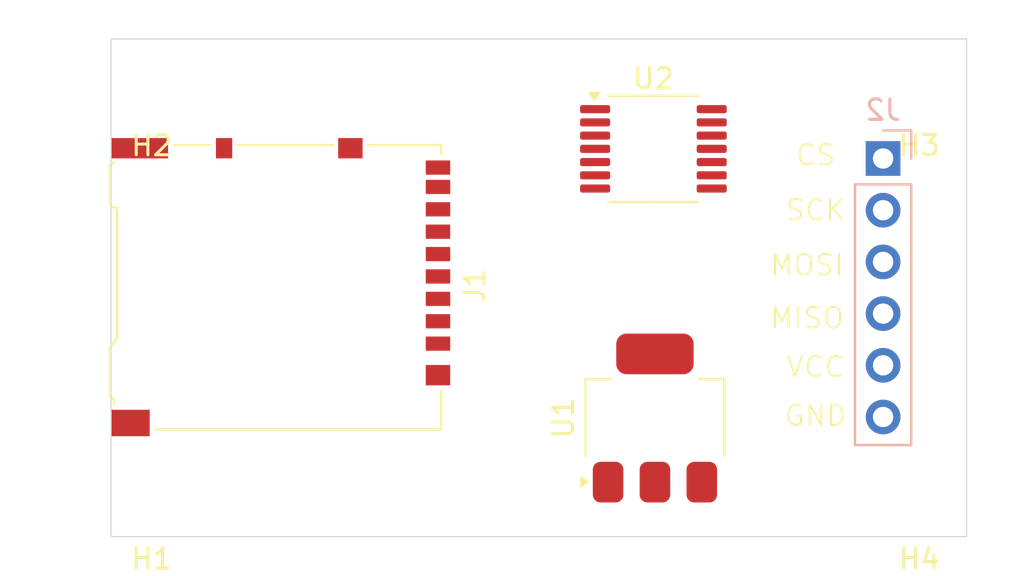
<source format=kicad_pcb>
(kicad_pcb (version 20241229) (generator "pcbnew") (generator_version "9.0")
  (layers (0 "F.Cu" signal) (2 "B.Cu" signal) (13 "F.Paste" user) (15 "B.Paste" user) (5 "F.SilkS" user "F.Silkscreen") (7 "B.SilkS" user "B.Silkscreen") (1 "F.Mask" user) (3 "B.Mask" user) (25 "Edge.Cuts" user))
  (net 0 "")
  (footprint "MountingHole:MountingHole_2.2mm_M2" (layer "F.Cu") (at 1.783955 -3.811505 180)
    (property "Reference" "H3" (at 0 -3.149999 0) (layer "F.SilkS"))
    (property "Value" "MountingHole")
    (pad "" np_thru_hole circle (at 0 0 180) (size 2.2 2.2) (drill 2.2) (layers "*.Cu" "*.Mask"))
  )
  (footprint "Package_TO_SOT_SMD:SOT-223-3_TabPin2" (layer "F.Cu") (at -11.191045 12.728496 90)
    (property "Reference" "U1" (at 0 -4.500001 90) (layer "F.SilkS"))
    (property "Value" "AMS1117-3.3")
    (fp_line (start -1.85 -3.410001) (end 1.91 -3.41) (stroke (width 0.12)) (layer "F.SilkS"))
    (fp_line (start 1.91 -3.41) (end 1.91 -2.150001) (stroke (width 0.12)) (layer "F.SilkS"))
    (fp_line (start 1.91 3.41) (end 1.91 2.150001) (stroke (width 0.12)) (layer "F.SilkS"))
    (fp_line (start -1.85 3.410001) (end 1.91 3.41) (stroke (width 0.12)) (layer "F.SilkS"))
    (fp_poly (pts (xy -3.13 -3.31) (xy -3.37 -3.64) (xy -2.89 -3.64) (xy -3.13 -3.31)) (stroke (width 0.12)) (fill yes) (layer "F.SilkS"))
    (pad "1" smd roundrect (at -3.15 -2.3 90) (size 2 1.5) (layers "F.Cu" "F.Mask" "F.Paste"))
    (pad "2" smd roundrect (at -3.149999 0 90) (size 2 1.5) (layers "F.Cu" "F.Mask" "F.Paste"))
    (pad "2" smd roundrect (at 3.149999 0 90) (size 2 3.8) (layers "F.Cu" "F.Mask" "F.Paste"))
    (pad "3" smd roundrect (at -3.15 2.3 90) (size 2 1.5) (layers "F.Cu" "F.Mask" "F.Paste"))
  )
  (footprint "MountingHole:MountingHole_2.2mm_M2" (layer "F.Cu") (at 1.783955 16.503496 180)
    (property "Reference" "H4" (at 0 -3.149999 0) (layer "F.SilkS"))
    (property "Value" "MountingHole")
    (pad "" np_thru_hole circle (at 0 0 180) (size 2.2 2.2) (drill 2.2) (layers "*.Cu" "*.Mask"))
  )
  (footprint "Package_SO:TSSOP-14_4.4x5mm_P0.65mm" (layer "F.Cu") (at -11.266045 -0.496504)
    (property "Reference" "U2" (at 0 -3.449999 0) (layer "F.SilkS"))
    (property "Value" "74LVC125")
    (fp_line (start 0 -2.61) (end -2.2 -2.61) (stroke (width 0.12)) (layer "F.SilkS"))
    (fp_line (start 0 -2.61) (end 2.2 -2.61) (stroke (width 0.12)) (layer "F.SilkS"))
    (fp_line (start 0 2.61) (end -2.2 2.61) (stroke (width 0.12)) (layer "F.SilkS"))
    (fp_line (start 0 2.61) (end 2.2 2.61) (stroke (width 0.12)) (layer "F.SilkS"))
    (fp_poly (pts (xy -2.9 -2.41) (xy -3.14 -2.74) (xy -2.66 -2.740001)) (stroke (width 0.12)) (fill yes) (layer "F.SilkS"))
    (pad "1" smd roundrect (at -2.8625 -1.95) (size 1.475 0.4) (layers "F.Cu" "F.Mask" "F.Paste"))
    (pad "2" smd roundrect (at -2.8625 -1.3) (size 1.475 0.4) (layers "F.Cu" "F.Mask" "F.Paste"))
    (pad "3" smd roundrect (at -2.8625 -0.65) (size 1.475 0.4) (layers "F.Cu" "F.Mask" "F.Paste"))
    (pad "4" smd roundrect (at -2.8625 0) (size 1.475 0.4) (layers "F.Cu" "F.Mask" "F.Paste"))
    (pad "5" smd roundrect (at -2.8625 0.65) (size 1.475 0.4) (layers "F.Cu" "F.Mask" "F.Paste"))
    (pad "6" smd roundrect (at -2.8625 1.3) (size 1.475 0.4) (layers "F.Cu" "F.Mask" "F.Paste"))
    (pad "7" smd roundrect (at -2.8625 1.95) (size 1.475 0.4) (layers "F.Cu" "F.Mask" "F.Paste"))
    (pad "8" smd roundrect (at 2.8625 1.95) (size 1.475 0.4) (layers "F.Cu" "F.Mask" "F.Paste"))
    (pad "9" smd roundrect (at 2.8625 1.3) (size 1.475 0.4) (layers "F.Cu" "F.Mask" "F.Paste"))
    (pad "10" smd roundrect (at 2.8625 0.65) (size 1.475 0.4) (layers "F.Cu" "F.Mask" "F.Paste"))
    (pad "11" smd roundrect (at 2.8625 0) (size 1.475 0.4) (layers "F.Cu" "F.Mask" "F.Paste"))
    (pad "12" smd roundrect (at 2.8625 -0.65) (size 1.475 0.4) (layers "F.Cu" "F.Mask" "F.Paste"))
    (pad "13" smd roundrect (at 2.8625 -1.3) (size 1.475 0.4) (layers "F.Cu" "F.Mask" "F.Paste"))
    (pad "14" smd roundrect (at 2.8625 -1.95) (size 1.475 0.4) (layers "F.Cu" "F.Mask" "F.Paste"))
  )
  (footprint "MountingHole:MountingHole_2.2mm_M2" (layer "F.Cu") (at -35.891045 16.503496 180)
    (property "Reference" "H1" (at 0 -3.149999 0) (layer "F.SilkS"))
    (property "Value" "MountingHole")
    (pad "" np_thru_hole circle (at 0 0 180) (size 2.2 2.2) (drill 2.2) (layers "*.Cu" "*.Mask"))
  )
  (footprint "MountingHole:MountingHole_2.2mm_M2" (layer "F.Cu") (at -35.891045 -3.811505 180)
    (property "Reference" "H2" (at 0 -3.149999 0) (layer "F.SilkS"))
    (property "Value" "MountingHole")
    (pad "" np_thru_hole circle (at 0 0 180) (size 2.2 2.2) (drill 2.2) (layers "*.Cu" "*.Mask"))
  )
  (footprint "Connector_Card:microSD_HC_Hirose_DM3AT-SF-PEJM5" (layer "F.Cu") (at -29.566047 6.298496 -90)
    (property "Reference" "J1" (at -0.075 -9.525 90) (layer "F.SilkS"))
    (property "Value" "Micro_SD_Card_Det1")
    (fp_line (start -5.945 8.385) (end -4.085 8.385) (stroke (width 0.12)) (layer "F.SilkS"))
    (fp_line (start -5.945 8.385) (end -6.145 8.185) (stroke (width 0.12)) (layer "F.SilkS"))
    (fp_line (start -4.085 8.385) (end -3.875 8.185) (stroke (width 0.12)) (layer "F.SilkS"))
    (fp_line (start 5.315 8.385) (end 3.005 8.384999) (stroke (width 0.12)) (layer "F.SilkS"))
    (fp_line (start 5.315 8.385) (end 5.515 8.185) (stroke (width 0.12)) (layer "F.SilkS"))
    (fp_line (start 3.005 8.384999) (end 2.494999 8.035) (stroke (width 0.12)) (layer "F.SilkS"))
    (fp_line (start 5.515 8.185) (end 5.775 8.185) (stroke (width 0.12)) (layer "F.SilkS"))
    (fp_line (start -3.875 8.035) (end -3.875 8.185) (stroke (width 0.12)) (layer "F.SilkS"))
    (fp_line (start -3.875 8.035) (end 2.494999 8.035) (stroke (width 0.12)) (layer "F.SilkS"))
    (fp_line (start -6.975 3.425) (end -6.975 5.225) (stroke (width 0.12)) (layer "F.SilkS"))
    (fp_line (start -6.975 -2.575) (end -6.975 2.125) (stroke (width 0.12)) (layer "F.SilkS"))
    (fp_line (start -6.975 -7.885) (end -6.975 -4.275) (stroke (width 0.12)) (layer "F.SilkS"))
    (fp_line (start -6.525 -7.885) (end -6.975 -7.885) (stroke (width 0.12)) (layer "F.SilkS"))
    (fp_line (start 5.075 -7.885) (end 6.995 -7.885) (stroke (width 0.12)) (layer "F.SilkS"))
    (fp_line (start 6.995 -7.885) (end 6.995 6.125) (stroke (width 0.12)) (layer "F.SilkS"))
    (pad "1" smd rect (at 2.775 -7.725 270) (size 0.7 1.2) (layers "F.Cu" "F.Mask" "F.Paste"))
    (pad "2" smd rect (at 1.675 -7.725 270) (size 0.7 1.2) (layers "F.Cu" "F.Mask" "F.Paste"))
    (pad "3" smd rect (at 0.575 -7.724999 270) (size 0.7 1.2) (layers "F.Cu" "F.Mask" "F.Paste"))
    (pad "4" smd rect (at -0.525 -7.725 270) (size 0.7 1.2) (layers "F.Cu" "F.Mask" "F.Paste"))
    (pad "5" smd rect (at -1.625 -7.724999 270) (size 0.7 1.2) (layers "F.Cu" "F.Mask" "F.Paste"))
    (pad "6" smd rect (at -2.725 -7.725 270) (size 0.7 1.2) (layers "F.Cu" "F.Mask" "F.Paste"))
    (pad "7" smd rect (at -3.825 -7.724999 270) (size 0.7 1.2) (layers "F.Cu" "F.Mask" "F.Paste"))
    (pad "8" smd rect (at -4.925 -7.725 270) (size 0.7 1.2) (layers "F.Cu" "F.Mask" "F.Paste"))
    (pad "9" smd rect (at -5.875 -7.725 270) (size 0.7 1.2) (layers "F.Cu" "F.Mask" "F.Paste"))
    (pad "10" smd rect (at -6.825 2.775 270) (size 1 0.8) (layers "F.Cu" "F.Mask" "F.Paste"))
    (pad "11" smd rect (at -6.825 -3.425 270) (size 1 1.2) (layers "F.Cu" "F.Mask" "F.Paste"))
    (pad "11" smd rect (at -6.825 6.925 270) (size 1 2.8) (layers "F.Cu" "F.Mask" "F.Paste"))
    (pad "11" smd rect (at 4.325 -7.725 270) (size 1 1.2) (layers "F.Cu" "F.Mask" "F.Paste"))
    (pad "11" smd rect (at 6.675 7.375 270) (size 1.3 1.9) (layers "F.Cu" "F.Mask" "F.Paste"))
  )
  (footprint "Connector_PinHeader_2.54mm:PinHeader_1x06_P2.54mm_Vertical" (layer "B.Cu") (at 0.008955 -0.021504 180)
    (property "Reference" "J2" (at 0 2.38 0) (layer "B.SilkS") (effects (justify mirror)))
    (property "Value" "Conn_01x06_Pin")
    (fp_line (start 1.38 -1.27) (end 1.38 -14.08) (stroke (width 0.12)) (layer "B.SilkS"))
    (fp_line (start -1.379999 0) (end -1.38 1.38) (stroke (width 0.12)) (layer "B.SilkS"))
    (fp_line (start -1.38 1.38) (end 0 1.379999) (stroke (width 0.12)) (layer "B.SilkS"))
    (fp_line (start -1.38 -1.27) (end 1.38 -1.27) (stroke (width 0.12)) (layer "B.SilkS"))
    (fp_line (start -1.38 -1.27) (end -1.38 -14.08) (stroke (width 0.12)) (layer "B.SilkS"))
    (fp_line (start -1.38 -14.08) (end 1.38 -14.08) (stroke (width 0.12)) (layer "B.SilkS"))
    (pad "1" thru_hole rect (at 0 0 180) (size 1.7 1.7) (drill 1) (layers "*.Cu" "*.Mask"))
    (pad "2" thru_hole circle (at 0 -2.54 180) (size 1.7 1.7) (drill 1) (layers "*.Cu" "*.Mask"))
    (pad "3" thru_hole circle (at 0 -5.079999 180) (size 1.7 1.7) (drill 1) (layers "*.Cu" "*.Mask"))
    (pad "4" thru_hole circle (at 0 -7.62 180) (size 1.7 1.7) (drill 1) (layers "*.Cu" "*.Mask"))
    (pad "5" thru_hole circle (at 0 -10.16 180) (size 1.7 1.7) (drill 1) (layers "*.Cu" "*.Mask"))
    (pad "6" thru_hole circle (at 0 -12.7 180) (size 1.7 1.7) (drill 1) (layers "*.Cu" "*.Mask"))
  )
  (gr_poly (pts (xy 4.108955 18.553497) (xy -37.891045 18.553496) (xy -37.891045 -5.896505) (xy 4.108955 -5.896505)) (stroke (width 0.05)) (fill no) (layer "Edge.Cuts"))
  (gr_text "GND" (at -4.9 13.2 0) (layer "F.SilkS") (effects (font (size 1 1) (thickness 0.1)) (justify left bottom)))
  (gr_text "VCC" (at -4.8 10.8 0) (layer "F.SilkS") (effects (font (size 1 1) (thickness 0.1)) (justify left bottom)))
  (gr_text "SCK" (at -4.85 3.1 0) (layer "F.SilkS") (effects (font (size 1 1) (thickness 0.1)) (justify left bottom)))
  (gr_text "MOSI" (at -5.6 5.8 0) (layer "F.SilkS") (effects (font (size 1 1) (thickness 0.1)) (justify left bottom)))
  (gr_text "CS" (at -4.35 0.4 0) (layer "F.SilkS") (effects (font (size 1 1) (thickness 0.1)) (justify left bottom)))
  (gr_text "MISO" (at -5.6 8.4 0) (layer "F.SilkS") (effects (font (size 1 1) (thickness 0.1)) (justify left bottom)))
)
</source>
